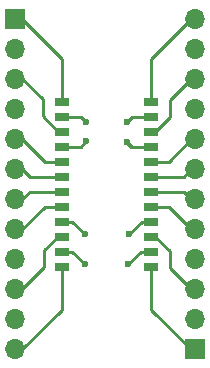
<source format=gbr>
%TF.GenerationSoftware,KiCad,Pcbnew,9.0.0*%
%TF.CreationDate,2025-03-05T17:01:43+13:00*%
%TF.ProjectId,SOIC-24_to_DIP-24_adapter,534f4943-2d32-4345-9f74-6f5f4449502d,rev?*%
%TF.SameCoordinates,Original*%
%TF.FileFunction,Copper,L1,Top*%
%TF.FilePolarity,Positive*%
%FSLAX46Y46*%
G04 Gerber Fmt 4.6, Leading zero omitted, Abs format (unit mm)*
G04 Created by KiCad (PCBNEW 9.0.0) date 2025-03-05 17:01:43*
%MOMM*%
%LPD*%
G01*
G04 APERTURE LIST*
%TA.AperFunction,SMDPad,CuDef*%
%ADD10R,1.250000X0.650000*%
%TD*%
%TA.AperFunction,ComponentPad*%
%ADD11R,1.700000X1.700000*%
%TD*%
%TA.AperFunction,ComponentPad*%
%ADD12O,1.700000X1.700000*%
%TD*%
%TA.AperFunction,ViaPad*%
%ADD13C,0.600000*%
%TD*%
%TA.AperFunction,Conductor*%
%ADD14C,0.250000*%
%TD*%
G04 APERTURE END LIST*
D10*
%TO.P,SOIC-24,1,A7*%
%TO.N,Net-(IC1-A7)*%
X149039402Y-93765000D03*
%TO.P,SOIC-24,2,A6*%
%TO.N,Net-(IC1-A6)*%
X149039402Y-95035000D03*
%TO.P,SOIC-24,3,A5*%
%TO.N,Net-(IC1-A5)*%
X149039402Y-96305000D03*
%TO.P,SOIC-24,4,A4*%
%TO.N,Net-(IC1-A4)*%
X149039402Y-97575000D03*
%TO.P,SOIC-24,5,A3*%
%TO.N,Net-(IC1-A3)*%
X149039402Y-98845000D03*
%TO.P,SOIC-24,6,A2*%
%TO.N,Net-(IC1-A2)*%
X149039402Y-100115000D03*
%TO.P,SOIC-24,7,A1*%
%TO.N,Net-(IC1-A1)*%
X149039402Y-101385000D03*
%TO.P,SOIC-24,8,A0*%
%TO.N,Net-(IC1-A0)*%
X149039402Y-102655000D03*
%TO.P,SOIC-24,9,I/O_0*%
%TO.N,Net-(IC1-I{slash}O_0)*%
X149039402Y-103925000D03*
%TO.P,SOIC-24,10,I/O_1*%
%TO.N,Net-(IC1-I{slash}O_1)*%
X149039402Y-105195000D03*
%TO.P,SOIC-24,11,I/O_2*%
%TO.N,Net-(IC1-I{slash}O_2)*%
X149039402Y-106465000D03*
%TO.P,SOIC-24,12,GND*%
%TO.N,GND*%
X149039402Y-107735000D03*
%TO.P,SOIC-24,13,I/O_3*%
%TO.N,Net-(IC1-I{slash}O_3)*%
X156639402Y-107735000D03*
%TO.P,SOIC-24,14,I/O_4*%
%TO.N,Net-(IC1-I{slash}O_4)*%
X156639402Y-106465000D03*
%TO.P,SOIC-24,15,I/O_5*%
%TO.N,Net-(IC1-I{slash}O_5)*%
X156639402Y-105195000D03*
%TO.P,SOIC-24,16,I/O_6*%
%TO.N,Net-(IC1-I{slash}O_6)*%
X156639402Y-103925000D03*
%TO.P,SOIC-24,17,I/O_7*%
%TO.N,Net-(IC1-I{slash}O_7)*%
X156639402Y-102655000D03*
%TO.P,SOIC-24,18,~{CS}*%
%TO.N,Net-(IC1-~{CS})*%
X156639402Y-101385000D03*
%TO.P,SOIC-24,19,A10*%
%TO.N,Net-(IC1-A10)*%
X156639402Y-100115000D03*
%TO.P,SOIC-24,20,~{OE}*%
%TO.N,Net-(IC1-~{OE})*%
X156639402Y-98845000D03*
%TO.P,SOIC-24,21,~{WE}*%
%TO.N,Net-(IC1-~{WE})*%
X156639402Y-97575000D03*
%TO.P,SOIC-24,22,A9*%
%TO.N,Net-(IC1-A9)*%
X156639402Y-96305000D03*
%TO.P,SOIC-24,23,A8*%
%TO.N,Net-(IC1-A8)*%
X156639402Y-95035000D03*
%TO.P,SOIC-24,24,VCC*%
%TO.N,VCC*%
X156639402Y-93765000D03*
%TD*%
D11*
%TO.P,J1,1,Pin_1*%
%TO.N,Net-(IC1-A7)*%
X145094000Y-86775000D03*
D12*
%TO.P,J1,2,Pin_2*%
%TO.N,Net-(IC1-A6)*%
X145094000Y-89315000D03*
%TO.P,J1,3,Pin_3*%
%TO.N,Net-(IC1-A5)*%
X145094000Y-91855000D03*
%TO.P,J1,4,Pin_4*%
%TO.N,Net-(IC1-A4)*%
X145094000Y-94395000D03*
%TO.P,J1,5,Pin_5*%
%TO.N,Net-(IC1-A3)*%
X145094000Y-96935000D03*
%TO.P,J1,6,Pin_6*%
%TO.N,Net-(IC1-A2)*%
X145094000Y-99475000D03*
%TO.P,J1,7,Pin_7*%
%TO.N,Net-(IC1-A1)*%
X145094000Y-102015000D03*
%TO.P,J1,8,Pin_8*%
%TO.N,Net-(IC1-A0)*%
X145094000Y-104555000D03*
%TO.P,J1,9,Pin_9*%
%TO.N,Net-(IC1-I{slash}O_0)*%
X145094000Y-107095000D03*
%TO.P,J1,10,Pin_10*%
%TO.N,Net-(IC1-I{slash}O_1)*%
X145094000Y-109635000D03*
%TO.P,J1,11,Pin_11*%
%TO.N,Net-(IC1-I{slash}O_2)*%
X145094000Y-112175000D03*
%TO.P,J1,12,Pin_12*%
%TO.N,GND*%
X145094000Y-114715000D03*
%TD*%
D11*
%TO.P,J2,1,Pin_1*%
%TO.N,Net-(IC1-I{slash}O_3)*%
X160335360Y-114725000D03*
D12*
%TO.P,J2,2,Pin_2*%
%TO.N,Net-(IC1-I{slash}O_4)*%
X160335360Y-112185000D03*
%TO.P,J2,3,Pin_3*%
%TO.N,Net-(IC1-I{slash}O_5)*%
X160335360Y-109645000D03*
%TO.P,J2,4,Pin_4*%
%TO.N,Net-(IC1-I{slash}O_6)*%
X160335360Y-107105000D03*
%TO.P,J2,5,Pin_5*%
%TO.N,Net-(IC1-I{slash}O_7)*%
X160335360Y-104565000D03*
%TO.P,J2,6,Pin_6*%
%TO.N,Net-(IC1-~{CS})*%
X160335360Y-102025000D03*
%TO.P,J2,7,Pin_7*%
%TO.N,Net-(IC1-A10)*%
X160335360Y-99485000D03*
%TO.P,J2,8,Pin_8*%
%TO.N,Net-(IC1-~{OE})*%
X160335360Y-96945000D03*
%TO.P,J2,9,Pin_9*%
%TO.N,Net-(IC1-~{WE})*%
X160335360Y-94405000D03*
%TO.P,J2,10,Pin_10*%
%TO.N,Net-(IC1-A9)*%
X160335360Y-91865000D03*
%TO.P,J2,11,Pin_11*%
%TO.N,Net-(IC1-A8)*%
X160335360Y-89325000D03*
%TO.P,J2,12,Pin_12*%
%TO.N,VCC*%
X160335360Y-86785000D03*
%TD*%
D13*
%TO.N,Net-(IC1-A6)*%
X151107050Y-95481297D03*
%TO.N,Net-(IC1-A4)*%
X151083463Y-97132426D03*
%TO.N,Net-(IC1-I{slash}O_0)*%
X151000000Y-105000000D03*
%TO.N,Net-(IC1-I{slash}O_2)*%
X150985000Y-107527640D03*
%TO.N,Net-(IC1-I{slash}O_4)*%
X154695000Y-107513684D03*
%TO.N,Net-(IC1-I{slash}O_6)*%
X154750000Y-105000000D03*
%TO.N,Net-(IC1-~{WE})*%
X154600000Y-97179601D03*
%TO.N,Net-(IC1-A8)*%
X154574422Y-95457709D03*
%TD*%
D14*
%TO.N,Net-(IC1-A7)*%
X149039402Y-90114402D02*
X149039402Y-93765000D01*
X145700000Y-86775000D02*
X149039402Y-90114402D01*
%TO.N,Net-(IC1-A6)*%
X150660753Y-95035000D02*
X151107050Y-95481297D01*
X149039402Y-95035000D02*
X150660753Y-95035000D01*
%TO.N,Net-(IC1-A5)*%
X149039402Y-96305000D02*
X148709402Y-96305000D01*
X147427390Y-95022988D02*
X147427390Y-93582390D01*
X148709402Y-96305000D02*
X147427390Y-95022988D01*
X147427390Y-93582390D02*
X145700000Y-91855000D01*
%TO.N,Net-(IC1-A4)*%
X149039402Y-97575000D02*
X150640889Y-97575000D01*
X150640889Y-97575000D02*
X151083463Y-97132426D01*
%TO.N,Net-(IC1-A3)*%
X147610000Y-98845000D02*
X149039402Y-98845000D01*
X145700000Y-96935000D02*
X147610000Y-98845000D01*
%TO.N,Net-(IC1-A2)*%
X145700000Y-99475000D02*
X146340000Y-100115000D01*
X146340000Y-100115000D02*
X149039402Y-100115000D01*
%TO.N,Net-(IC1-A1)*%
X146330000Y-101385000D02*
X149039402Y-101385000D01*
X145700000Y-102015000D02*
X146330000Y-101385000D01*
%TO.N,Net-(IC1-A0)*%
X145700000Y-104555000D02*
X147600000Y-102655000D01*
X147600000Y-102655000D02*
X149039402Y-102655000D01*
%TO.N,Net-(IC1-I{slash}O_0)*%
X149925000Y-103925000D02*
X151000000Y-105000000D01*
X149039402Y-103925000D02*
X149925000Y-103925000D01*
%TO.N,Net-(IC1-I{slash}O_1)*%
X147568916Y-106365486D02*
X147568916Y-107766084D01*
X147568916Y-107766084D02*
X145700000Y-109635000D01*
X149039402Y-105195000D02*
X148739402Y-105195000D01*
X148739402Y-105195000D02*
X147568916Y-106365486D01*
%TO.N,Net-(IC1-I{slash}O_2)*%
X150984894Y-107527640D02*
X149922254Y-106465000D01*
X149922254Y-106465000D02*
X149039402Y-106465000D01*
%TO.N,GND*%
X149039402Y-111375598D02*
X145700000Y-114715000D01*
X149039402Y-107735000D02*
X149039402Y-111375598D01*
%TO.N,VCC*%
X156639402Y-93765000D02*
X156639402Y-90145598D01*
X156639402Y-90145598D02*
X160000000Y-86785000D01*
%TO.N,Net-(IC1-I{slash}O_3)*%
X156639402Y-111364402D02*
X160000000Y-114725000D01*
X156639402Y-107735000D02*
X156639402Y-111364402D01*
%TO.N,Net-(IC1-I{slash}O_4)*%
X156639402Y-106465000D02*
X155743684Y-106465000D01*
X155743684Y-106465000D02*
X154695000Y-107513684D01*
%TO.N,Net-(IC1-I{slash}O_5)*%
X156639402Y-105195000D02*
X156969402Y-105195000D01*
X158206907Y-106432505D02*
X158206907Y-107851907D01*
X158206907Y-107851907D02*
X160000000Y-109645000D01*
X156969402Y-105195000D02*
X158206907Y-106432505D01*
%TO.N,Net-(IC1-I{slash}O_6)*%
X155825000Y-103925000D02*
X154750000Y-105000000D01*
X156639402Y-103925000D02*
X155825000Y-103925000D01*
%TO.N,Net-(IC1-I{slash}O_7)*%
X158090000Y-102655000D02*
X156639402Y-102655000D01*
X160000000Y-104565000D02*
X158090000Y-102655000D01*
%TO.N,Net-(IC1-~{CS})*%
X159360000Y-101385000D02*
X160000000Y-102025000D01*
X156639402Y-101385000D02*
X159360000Y-101385000D01*
%TO.N,Net-(IC1-A10)*%
X156639402Y-100115000D02*
X159370000Y-100115000D01*
X159370000Y-100115000D02*
X160000000Y-99485000D01*
%TO.N,Net-(IC1-~{OE})*%
X158100000Y-98845000D02*
X160000000Y-96945000D01*
X156639402Y-98845000D02*
X158100000Y-98845000D01*
%TO.N,Net-(IC1-~{WE})*%
X154922646Y-97575000D02*
X154527247Y-97179601D01*
X156639402Y-97575000D02*
X154995399Y-97575000D01*
X156639402Y-97575000D02*
X154922646Y-97575000D01*
X154995399Y-97575000D02*
X154600000Y-97179601D01*
%TO.N,Net-(IC1-A9)*%
X156939402Y-96305000D02*
X158206907Y-95037495D01*
X156639402Y-96305000D02*
X156939402Y-96305000D01*
X158206907Y-93658093D02*
X160000000Y-91865000D01*
X158206907Y-95037495D02*
X158206907Y-93658093D01*
%TO.N,Net-(IC1-A8)*%
X154997131Y-95035000D02*
X154574422Y-95457709D01*
X156639402Y-95035000D02*
X154997131Y-95035000D01*
%TD*%
M02*

</source>
